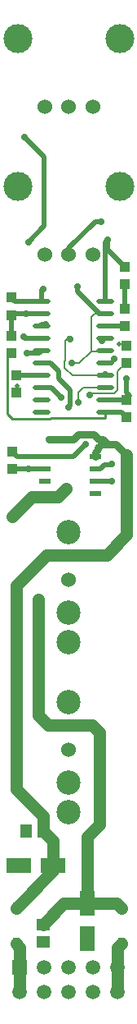
<source format=gtl>
G04 Layer_Physical_Order=1*
G04 Layer_Color=255*
%FSLAX25Y25*%
%MOIN*%
G70*
G01*
G75*
%ADD10R,0.04331X0.04331*%
%ADD11O,0.07284X0.02165*%
G04:AMPARAMS|DCode=12|XSize=21.65mil|YSize=49.21mil|CornerRadius=1.95mil|HoleSize=0mil|Usage=FLASHONLY|Rotation=90.000|XOffset=0mil|YOffset=0mil|HoleType=Round|Shape=RoundedRectangle|*
%AMROUNDEDRECTD12*
21,1,0.02165,0.04532,0,0,90.0*
21,1,0.01776,0.04921,0,0,90.0*
1,1,0.00390,0.02266,0.00888*
1,1,0.00390,0.02266,-0.00888*
1,1,0.00390,-0.02266,-0.00888*
1,1,0.00390,-0.02266,0.00888*
%
%ADD12ROUNDEDRECTD12*%
%ADD13R,0.04528X0.05709*%
%ADD14R,0.06299X0.10236*%
%ADD15R,0.05709X0.04528*%
%ADD16R,0.02756X0.04724*%
%ADD17R,0.10236X0.06299*%
%ADD18C,0.03000*%
%ADD19C,0.02000*%
%ADD20C,0.01000*%
%ADD21C,0.00800*%
%ADD22C,0.05000*%
%ADD23C,0.11811*%
%ADD24C,0.06000*%
%ADD25C,0.09843*%
%ADD26C,0.05906*%
%ADD27R,0.05906X0.05906*%
%ADD28C,0.02000*%
%ADD29C,0.02756*%
D10*
X50500Y302043D02*
D03*
Y294957D02*
D03*
X50500Y285043D02*
D03*
Y277957D02*
D03*
X4000Y282457D02*
D03*
Y289543D02*
D03*
X51000Y270043D02*
D03*
Y262957D02*
D03*
X4000Y266957D02*
D03*
Y274043D02*
D03*
X6000Y258043D02*
D03*
Y250957D02*
D03*
X51000Y248043D02*
D03*
Y240957D02*
D03*
X4500Y219957D02*
D03*
Y227043D02*
D03*
D11*
X42500Y243000D02*
D03*
Y248000D02*
D03*
Y253000D02*
D03*
Y258000D02*
D03*
Y263000D02*
D03*
Y268000D02*
D03*
Y273000D02*
D03*
Y278000D02*
D03*
Y283000D02*
D03*
Y288000D02*
D03*
X16500Y243000D02*
D03*
Y248000D02*
D03*
Y253000D02*
D03*
Y258000D02*
D03*
Y263000D02*
D03*
Y268000D02*
D03*
Y273000D02*
D03*
Y278000D02*
D03*
Y283000D02*
D03*
Y288000D02*
D03*
D12*
X38335Y210000D02*
D03*
Y215000D02*
D03*
Y220000D02*
D03*
Y225000D02*
D03*
X17665Y210000D02*
D03*
Y215000D02*
D03*
Y220000D02*
D03*
Y225000D02*
D03*
D13*
X9957Y73000D02*
D03*
X17043D02*
D03*
D14*
X35000Y43587D02*
D03*
Y29413D02*
D03*
D15*
X17000Y35043D02*
D03*
Y27957D02*
D03*
D16*
X49000Y27217D02*
D03*
Y41783D02*
D03*
X6000Y41783D02*
D03*
Y27217D02*
D03*
D17*
X6913Y59000D02*
D03*
X21087D02*
D03*
D18*
X27500Y232000D02*
X29429D01*
X19500D02*
X27500D01*
X37693Y233878D02*
X39571Y232000D01*
X31307Y233878D02*
X37693D01*
X29429Y232000D02*
X31307Y233878D01*
X39571Y232000D02*
X41500D01*
X43500Y230000D01*
X46700D01*
X41000D02*
X43500D01*
X39500Y228500D02*
X41000Y230000D01*
X39500Y227929D02*
Y228500D01*
X38335Y226764D02*
X39500Y227929D01*
X38335Y225000D02*
Y226764D01*
X46700Y230000D02*
X51200Y225500D01*
D19*
X27500Y245000D02*
X28000Y245500D01*
Y252000D01*
X23500Y256500D02*
X28000Y252000D01*
X23500Y256500D02*
Y259500D01*
X20000Y263000D02*
X23500Y259500D01*
X16500Y263000D02*
X20000D01*
X6000Y258043D02*
X16457D01*
X10500Y267000D02*
X15500D01*
X9000Y273500D02*
X9500Y273000D01*
X4000Y274043D02*
Y282457D01*
X42500Y278000D02*
X50457D01*
X16428Y278500D02*
X18000D01*
X16214Y278286D02*
X16428Y278500D01*
X16214Y278286D02*
X16500Y278000D01*
X9500Y273000D02*
X16500D01*
X15500Y267000D02*
X16500Y268000D01*
X51200Y250843D02*
Y256791D01*
X42500Y248000D02*
X51043D01*
X31000Y292000D02*
Y294000D01*
Y292000D02*
X40000Y283000D01*
X9500Y354500D02*
X17500Y346500D01*
Y318500D02*
Y346500D01*
X11000Y312000D02*
X17500Y318500D01*
X10000Y283000D02*
X16500D01*
X4543D02*
X10000D01*
X4000Y282457D02*
X4543Y283000D01*
X5543Y288000D02*
X16500D01*
Y292500D02*
X17000Y293000D01*
X16500Y288000D02*
Y292500D01*
X50500Y285043D02*
X50500Y285043D01*
X50500Y285043D02*
Y294957D01*
X42500Y311913D02*
X43543Y312957D01*
X42500Y288000D02*
Y311913D01*
X43543Y309000D02*
X50500Y302043D01*
X43543Y309000D02*
Y312957D01*
X38250Y320250D02*
X40750D01*
X27500Y309500D02*
X38250Y320250D01*
X27500Y306941D02*
Y309500D01*
X51200Y250843D02*
X52500Y249543D01*
X51000Y248043D02*
X52500Y249543D01*
X48957Y243000D02*
X51000Y240957D01*
X42500Y243000D02*
X48957D01*
X51000Y248043D02*
X51043Y248000D01*
X17665Y225000D02*
X29500D01*
X34500Y230000D01*
X4000Y289543D02*
X5543Y288000D01*
X20500Y253000D02*
X24500Y249000D01*
X16500Y253000D02*
X20500D01*
X42000Y221500D02*
X45000D01*
X40500Y220000D02*
X42000Y221500D01*
X38335Y220000D02*
X40500D01*
X45000Y221500D02*
Y222000D01*
X11000Y220000D02*
X17665D01*
X4543D02*
X11000D01*
X4500Y227043D02*
X6543Y225000D01*
X17665D01*
X38335Y215000D02*
X45000D01*
D20*
X20211Y240500D02*
X42500D01*
Y243000D01*
X2335Y242465D02*
X4383Y240417D01*
X20129D01*
X20211Y240500D01*
X2335Y242465D02*
Y265291D01*
X4000Y266957D01*
X45000Y263000D02*
X46500Y264500D01*
X46000D02*
X46500D01*
X42500Y263000D02*
X45000D01*
D21*
X25887Y261113D02*
Y264029D01*
Y261113D02*
X29000Y258000D01*
X25887Y264029D02*
X26000Y264141D01*
Y272000D01*
X27500Y273500D01*
X29000Y258000D02*
X42500D01*
X40000Y283000D02*
X42500D01*
X38000D02*
X40000D01*
X36750Y281750D02*
X38000Y283000D01*
X36750Y267750D02*
Y281750D01*
X27500Y273500D02*
X28250Y272750D01*
X28013D02*
X28250D01*
X31878Y262878D02*
X36750Y267750D01*
X40750D01*
X41750Y268750D01*
X42500Y268000D01*
X28665Y262878D02*
X31878D01*
X42406Y258094D02*
Y258417D01*
X47542Y259498D02*
X51000Y262957D01*
X47542Y251972D02*
Y259498D01*
X33500Y253000D02*
X42500D01*
X31500Y251000D02*
X33500Y253000D01*
X31500Y247000D02*
Y251000D01*
X36000Y250000D02*
X36517Y250517D01*
X46087D02*
X47542Y251972D01*
X36517Y250517D02*
X46087D01*
X42406Y258094D02*
X42500Y258000D01*
D22*
X23000Y208500D02*
X26500Y212000D01*
X12500Y208500D02*
X23000D01*
X51200Y193200D02*
Y225500D01*
X4500Y200500D02*
X12500Y208500D01*
X15000Y120000D02*
Y167000D01*
Y120000D02*
X19000Y116000D01*
X37000D01*
X40000Y113000D01*
Y75500D02*
Y113000D01*
X35000Y70500D02*
X40000Y75500D01*
X35000Y43587D02*
Y70500D01*
X43000Y185000D02*
X51200Y193200D01*
X18500Y185000D02*
X43000D01*
X6000Y172500D02*
X18500Y185000D01*
X6000Y90000D02*
Y172500D01*
Y90000D02*
X17043Y78957D01*
Y73000D02*
Y78957D01*
Y73000D02*
X21087Y68957D01*
Y59000D02*
Y68957D01*
X47500Y25717D02*
X49000Y27217D01*
X47500Y17500D02*
Y25717D01*
Y7500D02*
Y17500D01*
X47197Y43587D02*
X49000Y41783D01*
X35000Y43587D02*
X47197D01*
X25543D02*
X35000D01*
X17000Y35043D02*
X25543Y43587D01*
X6000Y41783D02*
X21087Y56870D01*
X6000Y27217D02*
X7500Y25717D01*
Y17500D02*
Y25717D01*
Y7500D02*
Y17500D01*
D23*
X48366Y394500D02*
D03*
X6634D02*
D03*
X48366Y334500D02*
D03*
X6634D02*
D03*
D24*
X27500Y366941D02*
D03*
X17658D02*
D03*
X37343D02*
D03*
X27500Y306941D02*
D03*
X17658D02*
D03*
X37343D02*
D03*
X27500Y175000D02*
D03*
Y106000D02*
D03*
D25*
Y194370D02*
D03*
Y161693D02*
D03*
Y149488D02*
D03*
Y125370D02*
D03*
Y92693D02*
D03*
Y80488D02*
D03*
D26*
X47500Y7500D02*
D03*
Y17500D02*
D03*
X37500Y7500D02*
D03*
Y17500D02*
D03*
X27500Y7500D02*
D03*
Y17500D02*
D03*
X17500Y7500D02*
D03*
Y17500D02*
D03*
X7500Y7500D02*
D03*
D27*
Y17500D02*
D03*
D28*
X48000Y270500D02*
D03*
X6500Y253500D02*
D03*
D29*
X27500Y232000D02*
D03*
Y245000D02*
D03*
X10500Y267000D02*
D03*
X9000Y273500D02*
D03*
X28013Y272750D02*
D03*
X41000Y272000D02*
D03*
X42406Y258417D02*
D03*
X46000Y264500D02*
D03*
X31500Y247000D02*
D03*
X36000Y250000D02*
D03*
X28665Y262878D02*
D03*
X18000Y278500D02*
D03*
X51200Y256791D02*
D03*
X31000Y294000D02*
D03*
X9500Y354500D02*
D03*
X11000Y312000D02*
D03*
X10000Y283000D02*
D03*
X17000Y293000D02*
D03*
X43543Y312957D02*
D03*
X40750Y320250D02*
D03*
X19500Y232000D02*
D03*
X24500Y249000D02*
D03*
X26500Y212000D02*
D03*
X34500Y230000D02*
D03*
X45000Y222000D02*
D03*
X11000Y220000D02*
D03*
X45000Y215000D02*
D03*
X4500Y200500D02*
D03*
X15000Y167000D02*
D03*
M02*

</source>
